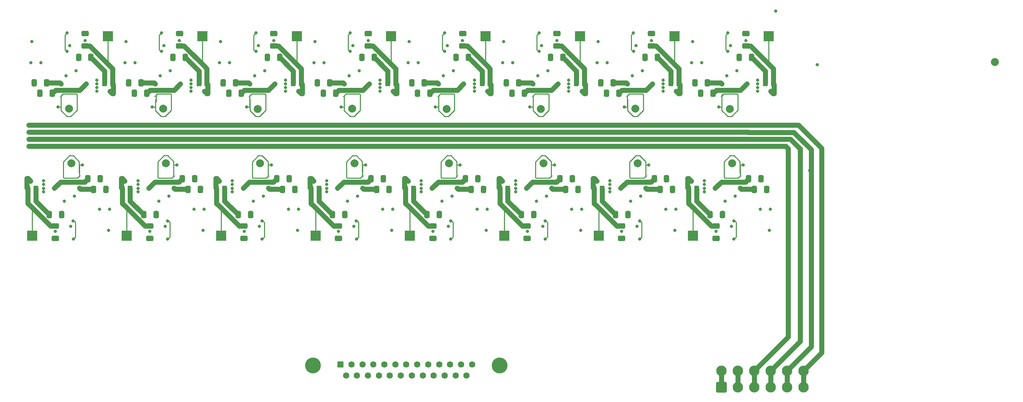
<source format=gbr>
%TF.GenerationSoftware,KiCad,Pcbnew,(6.0.7)*%
%TF.CreationDate,2022-08-12T11:14:58-05:00*%
%TF.ProjectId,SAQ-Readout,5341512d-5265-4616-946f-75742e6b6963,rev?*%
%TF.SameCoordinates,Original*%
%TF.FileFunction,Copper,L4,Bot*%
%TF.FilePolarity,Positive*%
%FSLAX46Y46*%
G04 Gerber Fmt 4.6, Leading zero omitted, Abs format (unit mm)*
G04 Created by KiCad (PCBNEW (6.0.7)) date 2022-08-12 11:14:58*
%MOMM*%
%LPD*%
G01*
G04 APERTURE LIST*
G04 Aperture macros list*
%AMRoundRect*
0 Rectangle with rounded corners*
0 $1 Rounding radius*
0 $2 $3 $4 $5 $6 $7 $8 $9 X,Y pos of 4 corners*
0 Add a 4 corners polygon primitive as box body*
4,1,4,$2,$3,$4,$5,$6,$7,$8,$9,$2,$3,0*
0 Add four circle primitives for the rounded corners*
1,1,$1+$1,$2,$3*
1,1,$1+$1,$4,$5*
1,1,$1+$1,$6,$7*
1,1,$1+$1,$8,$9*
0 Add four rect primitives between the rounded corners*
20,1,$1+$1,$2,$3,$4,$5,0*
20,1,$1+$1,$4,$5,$6,$7,0*
20,1,$1+$1,$6,$7,$8,$9,0*
20,1,$1+$1,$8,$9,$2,$3,0*%
G04 Aperture macros list end*
%TA.AperFunction,ComponentPad*%
%ADD10R,2.500000X2.500000*%
%TD*%
%TA.AperFunction,ComponentPad*%
%ADD11RoundRect,0.250000X1.070000X-1.070000X1.070000X1.070000X-1.070000X1.070000X-1.070000X-1.070000X0*%
%TD*%
%TA.AperFunction,ComponentPad*%
%ADD12C,2.640000*%
%TD*%
%TA.AperFunction,ComponentPad*%
%ADD13C,4.000000*%
%TD*%
%TA.AperFunction,ComponentPad*%
%ADD14R,1.600000X1.600000*%
%TD*%
%TA.AperFunction,ComponentPad*%
%ADD15C,1.600000*%
%TD*%
%TA.AperFunction,SMDPad,CuDef*%
%ADD16RoundRect,0.250000X0.412500X0.650000X-0.412500X0.650000X-0.412500X-0.650000X0.412500X-0.650000X0*%
%TD*%
%TA.AperFunction,SMDPad,CuDef*%
%ADD17C,2.000000*%
%TD*%
%TA.AperFunction,SMDPad,CuDef*%
%ADD18RoundRect,0.250000X0.650000X-0.412500X0.650000X0.412500X-0.650000X0.412500X-0.650000X-0.412500X0*%
%TD*%
%TA.AperFunction,SMDPad,CuDef*%
%ADD19RoundRect,0.250000X-0.412500X-0.650000X0.412500X-0.650000X0.412500X0.650000X-0.412500X0.650000X0*%
%TD*%
%TA.AperFunction,SMDPad,CuDef*%
%ADD20RoundRect,0.250000X-0.350000X-0.450000X0.350000X-0.450000X0.350000X0.450000X-0.350000X0.450000X0*%
%TD*%
%TA.AperFunction,SMDPad,CuDef*%
%ADD21RoundRect,0.250000X0.350000X0.450000X-0.350000X0.450000X-0.350000X-0.450000X0.350000X-0.450000X0*%
%TD*%
%TA.AperFunction,SMDPad,CuDef*%
%ADD22RoundRect,0.250000X-0.650000X0.412500X-0.650000X-0.412500X0.650000X-0.412500X0.650000X0.412500X0*%
%TD*%
%TA.AperFunction,ViaPad*%
%ADD23C,0.800000*%
%TD*%
%TA.AperFunction,Conductor*%
%ADD24C,0.250000*%
%TD*%
%TA.AperFunction,Conductor*%
%ADD25C,1.270000*%
%TD*%
G04 APERTURE END LIST*
D10*
%TO.P,TP2,1,1*%
%TO.N,VDD*%
X150918861Y-108060067D03*
%TD*%
%TO.P,TP2,1,1*%
%TO.N,VDD*%
X74641077Y-57691867D03*
%TD*%
D11*
%TO.P,J2,1,Pin_1*%
%TO.N,GND*%
X229666800Y-146304000D03*
D12*
%TO.P,J2,2,Pin_2*%
X233806800Y-146304000D03*
%TO.P,J2,3,Pin_3*%
%TO.N,+9V*%
X237946800Y-146304000D03*
%TO.P,J2,4,Pin_4*%
%TO.N,+5V*%
X242086800Y-146304000D03*
%TO.P,J2,5,Pin_5*%
%TO.N,-15V*%
X246226800Y-146304000D03*
%TO.P,J2,6,Pin_6*%
%TO.N,+15V*%
X250366800Y-146304000D03*
%TO.P,J2,7,Pin_7*%
%TO.N,GND*%
X229666800Y-142164000D03*
%TO.P,J2,8,Pin_8*%
X233806800Y-142164000D03*
%TO.P,J2,9,Pin_9*%
%TO.N,+9V*%
X237946800Y-142164000D03*
%TO.P,J2,10,Pin_10*%
%TO.N,+5V*%
X242086800Y-142164000D03*
%TO.P,J2,11,Pin_11*%
%TO.N,-15V*%
X246226800Y-142164000D03*
%TO.P,J2,12,Pin_12*%
%TO.N,+15V*%
X250366800Y-142164000D03*
%TD*%
D10*
%TO.P,TP2,1,1*%
%TO.N,VDD*%
X217745733Y-57691867D03*
%TD*%
%TO.P,TP2,1,1*%
%TO.N,VDD*%
X79366533Y-108060067D03*
%TD*%
%TO.P,TP2,1,1*%
%TO.N,VDD*%
X55515757Y-108060067D03*
%TD*%
%TO.P,TP2,1,1*%
%TO.N,VDD*%
X170044181Y-57691867D03*
%TD*%
%TO.P,TP2,1,1*%
%TO.N,VDD*%
X198620413Y-108060067D03*
%TD*%
%TO.P,TP2,1,1*%
%TO.N,VDD*%
X122342629Y-57691867D03*
%TD*%
%TO.P,TP2,1,1*%
%TO.N,VDD*%
X241596509Y-57691867D03*
%TD*%
%TO.P,TP2,1,1*%
%TO.N,VDD*%
X127068085Y-108060067D03*
%TD*%
%TO.P,TP2,1,1*%
%TO.N,VDD*%
X222471189Y-108060067D03*
%TD*%
%TO.P,TP2,1,1*%
%TO.N,VDD*%
X174769637Y-108060067D03*
%TD*%
%TO.P,TP2,1,1*%
%TO.N,VDD*%
X103217309Y-108060067D03*
%TD*%
%TO.P,TP2,1,1*%
%TO.N,VDD*%
X98491853Y-57691867D03*
%TD*%
%TO.P,TP2,1,1*%
%TO.N,VDD*%
X193894957Y-57691867D03*
%TD*%
%TO.P,TP2,1,1*%
%TO.N,VDD*%
X146193405Y-57691867D03*
%TD*%
D13*
%TO.P,J1,0,PAD*%
%TO.N,GND*%
X126457400Y-140844669D03*
X173557400Y-140844669D03*
D14*
%TO.P,J1,1,1*%
%TO.N,CH5*%
X133387400Y-140544669D03*
D15*
%TO.P,J1,2,2*%
%TO.N,CH7*%
X136157400Y-140544669D03*
%TO.P,J1,3,3*%
%TO.N,CH9*%
X138927400Y-140544669D03*
%TO.P,J1,4,4*%
%TO.N,CH11*%
X141697400Y-140544669D03*
%TO.P,J1,5,5*%
%TO.N,CH13*%
X144467400Y-140544669D03*
%TO.P,J1,6,6*%
%TO.N,CH15*%
X147237400Y-140544669D03*
%TO.P,J1,7,7*%
%TO.N,CH16*%
X150007400Y-140544669D03*
%TO.P,J1,8,8*%
%TO.N,CH14*%
X152777400Y-140544669D03*
%TO.P,J1,9,9*%
%TO.N,CH12*%
X155547400Y-140544669D03*
%TO.P,J1,10,10*%
%TO.N,CH10*%
X158317400Y-140544669D03*
%TO.P,J1,11,11*%
%TO.N,CH8*%
X161087400Y-140544669D03*
%TO.P,J1,12,12*%
%TO.N,CH6*%
X163857400Y-140544669D03*
%TO.P,J1,13,13*%
%TO.N,CH4*%
X166627400Y-140544669D03*
%TO.P,J1,14,P14*%
%TO.N,CH3*%
X134772400Y-143384669D03*
%TO.P,J1,15,P15*%
%TO.N,CH1*%
X137542400Y-143384669D03*
%TO.P,J1,16,P16*%
%TO.N,GND*%
X140312400Y-143384669D03*
%TO.P,J1,17,P17*%
X143082400Y-143384669D03*
%TO.P,J1,18,P18*%
X145852400Y-143384669D03*
%TO.P,J1,19,P19*%
X148622400Y-143384669D03*
%TO.P,J1,20,P20*%
X151392400Y-143384669D03*
%TO.P,J1,21,P21*%
X154162400Y-143384669D03*
%TO.P,J1,22,P22*%
X156932400Y-143384669D03*
%TO.P,J1,23,P23*%
X159702400Y-143384669D03*
%TO.P,J1,24,P24*%
X162472400Y-143384669D03*
%TO.P,J1,25,P25*%
%TO.N,CH2*%
X165242400Y-143384669D03*
%TD*%
D16*
%TO.P,C3,1*%
%TO.N,-15V*%
X108297229Y-72093667D03*
%TO.P,C3,2*%
%TO.N,GND*%
X105172229Y-72093667D03*
%TD*%
%TO.P,C3,1*%
%TO.N,-15V*%
X227551109Y-72093667D03*
%TO.P,C3,2*%
%TO.N,GND*%
X224426109Y-72093667D03*
%TD*%
D17*
%TO.P,REF\u002A\u002A,1*%
%TO.N,N/C*%
X232359200Y-89738200D03*
%TD*%
D18*
%TO.P,C5,1*%
%TO.N,VDD*%
X92700653Y-60117967D03*
%TO.P,C5,2*%
%TO.N,GND*%
X92700653Y-56992967D03*
%TD*%
D16*
%TO.P,C2,1*%
%TO.N,+15V*%
X130700205Y-69426667D03*
%TO.P,C2,2*%
%TO.N,GND*%
X127575205Y-69426667D03*
%TD*%
D19*
%TO.P,C4,1*%
%TO.N,+9V*%
X107522209Y-102726067D03*
%TO.P,C4,2*%
%TO.N,GND*%
X110647209Y-102726067D03*
%TD*%
D16*
%TO.P,C2,1*%
%TO.N,+15V*%
X202252533Y-69426667D03*
%TO.P,C2,2*%
%TO.N,GND*%
X199127533Y-69426667D03*
%TD*%
D19*
%TO.P,C3,1*%
%TO.N,-15V*%
X69561157Y-93658267D03*
%TO.P,C3,2*%
%TO.N,GND*%
X72686157Y-93658267D03*
%TD*%
%TO.P,C2,1*%
%TO.N,+15V*%
X166412061Y-96325267D03*
%TO.P,C2,2*%
%TO.N,GND*%
X169537061Y-96325267D03*
%TD*%
%TO.P,C3,1*%
%TO.N,-15V*%
X188815037Y-93658267D03*
%TO.P,C3,2*%
%TO.N,GND*%
X191940037Y-93658267D03*
%TD*%
D16*
%TO.P,C2,1*%
%TO.N,+15V*%
X59147877Y-69426667D03*
%TO.P,C2,2*%
%TO.N,GND*%
X56022877Y-69426667D03*
%TD*%
D19*
%TO.P,C2,1*%
%TO.N,+15V*%
X237964389Y-96325267D03*
%TO.P,C2,2*%
%TO.N,GND*%
X241089389Y-96325267D03*
%TD*%
D20*
%TO.P,R6,1*%
%TO.N,VDD*%
X149791861Y-96147467D03*
%TO.P,R6,2*%
%TO.N,+9V*%
X151791861Y-96147467D03*
%TD*%
D18*
%TO.P,C5,1*%
%TO.N,VDD*%
X188103757Y-60117967D03*
%TO.P,C5,2*%
%TO.N,GND*%
X188103757Y-56992967D03*
%TD*%
D19*
%TO.P,C3,1*%
%TO.N,-15V*%
X212665813Y-93658267D03*
%TO.P,C3,2*%
%TO.N,GND*%
X215790813Y-93658267D03*
%TD*%
D16*
%TO.P,C4,1*%
%TO.N,+9V*%
X141888505Y-63025867D03*
%TO.P,C4,2*%
%TO.N,GND*%
X138763505Y-63025867D03*
%TD*%
D21*
%TO.P,R6,1*%
%TO.N,VDD*%
X99618853Y-69604467D03*
%TO.P,R6,2*%
%TO.N,+9V*%
X97618853Y-69604467D03*
%TD*%
D16*
%TO.P,C3,1*%
%TO.N,-15V*%
X179849557Y-72093667D03*
%TO.P,C3,2*%
%TO.N,GND*%
X176724557Y-72093667D03*
%TD*%
D21*
%TO.P,R6,1*%
%TO.N,VDD*%
X123469629Y-69604467D03*
%TO.P,R6,2*%
%TO.N,+9V*%
X121469629Y-69604467D03*
%TD*%
%TO.P,R6,1*%
%TO.N,VDD*%
X147320405Y-69604467D03*
%TO.P,R6,2*%
%TO.N,+9V*%
X145320405Y-69604467D03*
%TD*%
D17*
%TO.P,REF\u002A\u002A,1*%
%TO.N,N/C*%
X231724200Y-76047600D03*
%TD*%
D19*
%TO.P,C2,1*%
%TO.N,+15V*%
X71008957Y-96325267D03*
%TO.P,C2,2*%
%TO.N,GND*%
X74133957Y-96325267D03*
%TD*%
%TO.P,C3,1*%
%TO.N,-15V*%
X141113485Y-93658267D03*
%TO.P,C3,2*%
%TO.N,GND*%
X144238485Y-93658267D03*
%TD*%
%TO.P,C2,1*%
%TO.N,+15V*%
X214113613Y-96325267D03*
%TO.P,C2,2*%
%TO.N,GND*%
X217238613Y-96325267D03*
%TD*%
D17*
%TO.P,REF\u002A\u002A,1*%
%TO.N,N/C*%
X112471200Y-76022200D03*
%TD*%
%TO.P,REF\u002A\u002A,1*%
%TO.N,N/C*%
X64770000Y-75996800D03*
%TD*%
D16*
%TO.P,C4,1*%
%TO.N,+9V*%
X70336177Y-63025867D03*
%TO.P,C4,2*%
%TO.N,GND*%
X67211177Y-63025867D03*
%TD*%
D17*
%TO.P,REF\u002A\u002A,1*%
%TO.N,N/C*%
X136931400Y-89763600D03*
%TD*%
D20*
%TO.P,R6,1*%
%TO.N,VDD*%
X54388757Y-96147467D03*
%TO.P,R6,2*%
%TO.N,+9V*%
X56388757Y-96147467D03*
%TD*%
D16*
%TO.P,C3,1*%
%TO.N,-15V*%
X60595677Y-72093667D03*
%TO.P,C3,2*%
%TO.N,GND*%
X57470677Y-72093667D03*
%TD*%
D17*
%TO.P,REF\u002A\u002A,1*%
%TO.N,N/C*%
X89255600Y-89763600D03*
%TD*%
%TO.P,REF\u002A\u002A,1*%
%TO.N,N/C*%
X113080800Y-89789000D03*
%TD*%
D19*
%TO.P,C4,1*%
%TO.N,+9V*%
X59820657Y-102726067D03*
%TO.P,C4,2*%
%TO.N,GND*%
X62945657Y-102726067D03*
%TD*%
D16*
%TO.P,C2,1*%
%TO.N,+15V*%
X178401757Y-69426667D03*
%TO.P,C2,2*%
%TO.N,GND*%
X175276757Y-69426667D03*
%TD*%
%TO.P,C4,1*%
%TO.N,+9V*%
X189590057Y-63025867D03*
%TO.P,C4,2*%
%TO.N,GND*%
X186465057Y-63025867D03*
%TD*%
D22*
%TO.P,C5,1*%
%TO.N,VDD*%
X228262389Y-105633967D03*
%TO.P,C5,2*%
%TO.N,GND*%
X228262389Y-108758967D03*
%TD*%
D21*
%TO.P,R6,1*%
%TO.N,VDD*%
X195021957Y-69604467D03*
%TO.P,R6,2*%
%TO.N,+9V*%
X193021957Y-69604467D03*
%TD*%
D17*
%TO.P,REF\u002A\u002A,1*%
%TO.N,N/C*%
X160172400Y-76047600D03*
%TD*%
D18*
%TO.P,C5,1*%
%TO.N,VDD*%
X140402205Y-60117967D03*
%TO.P,C5,2*%
%TO.N,GND*%
X140402205Y-56992967D03*
%TD*%
D17*
%TO.P,REF\u002A\u002A,1*%
%TO.N,N/C*%
X65405000Y-89789000D03*
%TD*%
D19*
%TO.P,C2,1*%
%TO.N,+15V*%
X142561285Y-96325267D03*
%TO.P,C2,2*%
%TO.N,GND*%
X145686285Y-96325267D03*
%TD*%
D16*
%TO.P,C4,1*%
%TO.N,+9V*%
X165739281Y-63025867D03*
%TO.P,C4,2*%
%TO.N,GND*%
X162614281Y-63025867D03*
%TD*%
D19*
%TO.P,C3,1*%
%TO.N,-15V*%
X236516589Y-93658267D03*
%TO.P,C3,2*%
%TO.N,GND*%
X239641589Y-93658267D03*
%TD*%
D20*
%TO.P,R6,1*%
%TO.N,VDD*%
X197493413Y-96147467D03*
%TO.P,R6,2*%
%TO.N,+9V*%
X199493413Y-96147467D03*
%TD*%
D19*
%TO.P,C2,1*%
%TO.N,+15V*%
X118710509Y-96325267D03*
%TO.P,C2,2*%
%TO.N,GND*%
X121835509Y-96325267D03*
%TD*%
D16*
%TO.P,C3,1*%
%TO.N,-15V*%
X132148005Y-72093667D03*
%TO.P,C3,2*%
%TO.N,GND*%
X129023005Y-72093667D03*
%TD*%
D17*
%TO.P,REF\u002A\u002A,1*%
%TO.N,N/C*%
X88595200Y-75971400D03*
%TD*%
D18*
%TO.P,C5,1*%
%TO.N,VDD*%
X68849877Y-60117967D03*
%TO.P,C5,2*%
%TO.N,GND*%
X68849877Y-56992967D03*
%TD*%
D16*
%TO.P,C4,1*%
%TO.N,+9V*%
X118037729Y-63025867D03*
%TO.P,C4,2*%
%TO.N,GND*%
X114912729Y-63025867D03*
%TD*%
D22*
%TO.P,C5,1*%
%TO.N,VDD*%
X156710061Y-105633967D03*
%TO.P,C5,2*%
%TO.N,GND*%
X156710061Y-108758967D03*
%TD*%
D19*
%TO.P,C4,1*%
%TO.N,+9V*%
X155223761Y-102726067D03*
%TO.P,C4,2*%
%TO.N,GND*%
X158348761Y-102726067D03*
%TD*%
D20*
%TO.P,R6,1*%
%TO.N,VDD*%
X173642637Y-96147467D03*
%TO.P,R6,2*%
%TO.N,+9V*%
X175642637Y-96147467D03*
%TD*%
D19*
%TO.P,C4,1*%
%TO.N,+9V*%
X131372985Y-102726067D03*
%TO.P,C4,2*%
%TO.N,GND*%
X134497985Y-102726067D03*
%TD*%
D17*
%TO.P,REF\u002A\u002A,1*%
%TO.N,N/C*%
X208483200Y-89763600D03*
%TD*%
D19*
%TO.P,C2,1*%
%TO.N,+15V*%
X94859733Y-96325267D03*
%TO.P,C2,2*%
%TO.N,GND*%
X97984733Y-96325267D03*
%TD*%
D16*
%TO.P,C3,1*%
%TO.N,-15V*%
X84446453Y-72093667D03*
%TO.P,C3,2*%
%TO.N,GND*%
X81321453Y-72093667D03*
%TD*%
D17*
%TO.P,REF\u002A\u002A,1*%
%TO.N,N/C*%
X207848200Y-75946000D03*
%TD*%
D16*
%TO.P,C2,1*%
%TO.N,+15V*%
X154550981Y-69426667D03*
%TO.P,C2,2*%
%TO.N,GND*%
X151425981Y-69426667D03*
%TD*%
D18*
%TO.P,C5,1*%
%TO.N,VDD*%
X211954533Y-60117967D03*
%TO.P,C5,2*%
%TO.N,GND*%
X211954533Y-56992967D03*
%TD*%
D16*
%TO.P,C2,1*%
%TO.N,+15V*%
X226103309Y-69426667D03*
%TO.P,C2,2*%
%TO.N,GND*%
X222978309Y-69426667D03*
%TD*%
D20*
%TO.P,R6,1*%
%TO.N,VDD*%
X221344189Y-96147467D03*
%TO.P,R6,2*%
%TO.N,+9V*%
X223344189Y-96147467D03*
%TD*%
D22*
%TO.P,C5,1*%
%TO.N,VDD*%
X61306957Y-105633967D03*
%TO.P,C5,2*%
%TO.N,GND*%
X61306957Y-108758967D03*
%TD*%
D21*
%TO.P,R6,1*%
%TO.N,VDD*%
X75768077Y-69604467D03*
%TO.P,R6,2*%
%TO.N,+9V*%
X73768077Y-69604467D03*
%TD*%
D17*
%TO.P,REF\u002A\u002A,1*%
%TO.N,N/C*%
X136296400Y-75971400D03*
%TD*%
D19*
%TO.P,C2,1*%
%TO.N,+15V*%
X190262837Y-96325267D03*
%TO.P,C2,2*%
%TO.N,GND*%
X193387837Y-96325267D03*
%TD*%
D21*
%TO.P,R6,1*%
%TO.N,VDD*%
X171171181Y-69604467D03*
%TO.P,R6,2*%
%TO.N,+9V*%
X169171181Y-69604467D03*
%TD*%
D20*
%TO.P,R6,1*%
%TO.N,VDD*%
X125941085Y-96147467D03*
%TO.P,R6,2*%
%TO.N,+9V*%
X127941085Y-96147467D03*
%TD*%
D17*
%TO.P,REF\u002A\u002A,1*%
%TO.N,N/C*%
X160807400Y-89789000D03*
%TD*%
D22*
%TO.P,C5,1*%
%TO.N,VDD*%
X204411613Y-105633967D03*
%TO.P,C5,2*%
%TO.N,GND*%
X204411613Y-108758967D03*
%TD*%
D19*
%TO.P,C3,1*%
%TO.N,-15V*%
X164964261Y-93658267D03*
%TO.P,C3,2*%
%TO.N,GND*%
X168089261Y-93658267D03*
%TD*%
D20*
%TO.P,R6,1*%
%TO.N,VDD*%
X78239533Y-96147467D03*
%TO.P,R6,2*%
%TO.N,+9V*%
X80239533Y-96147467D03*
%TD*%
D18*
%TO.P,C5,1*%
%TO.N,VDD*%
X116551429Y-60117967D03*
%TO.P,C5,2*%
%TO.N,GND*%
X116551429Y-56992967D03*
%TD*%
D22*
%TO.P,C5,1*%
%TO.N,VDD*%
X85157733Y-105633967D03*
%TO.P,C5,2*%
%TO.N,GND*%
X85157733Y-108758967D03*
%TD*%
D16*
%TO.P,C4,1*%
%TO.N,+9V*%
X213440833Y-63025867D03*
%TO.P,C4,2*%
%TO.N,GND*%
X210315833Y-63025867D03*
%TD*%
%TO.P,C4,1*%
%TO.N,+9V*%
X94186953Y-63025867D03*
%TO.P,C4,2*%
%TO.N,GND*%
X91061953Y-63025867D03*
%TD*%
%TO.P,C2,1*%
%TO.N,+15V*%
X106849429Y-69426667D03*
%TO.P,C2,2*%
%TO.N,GND*%
X103724429Y-69426667D03*
%TD*%
D20*
%TO.P,R6,1*%
%TO.N,VDD*%
X102090309Y-96147467D03*
%TO.P,R6,2*%
%TO.N,+9V*%
X104090309Y-96147467D03*
%TD*%
D19*
%TO.P,C4,1*%
%TO.N,+9V*%
X226776089Y-102726067D03*
%TO.P,C4,2*%
%TO.N,GND*%
X229901089Y-102726067D03*
%TD*%
D22*
%TO.P,C5,1*%
%TO.N,VDD*%
X109008509Y-105633967D03*
%TO.P,C5,2*%
%TO.N,GND*%
X109008509Y-108758967D03*
%TD*%
D18*
%TO.P,C5,1*%
%TO.N,VDD*%
X235805309Y-60117967D03*
%TO.P,C5,2*%
%TO.N,GND*%
X235805309Y-56992967D03*
%TD*%
D19*
%TO.P,C4,1*%
%TO.N,+9V*%
X202925313Y-102726067D03*
%TO.P,C4,2*%
%TO.N,GND*%
X206050313Y-102726067D03*
%TD*%
%TO.P,C3,1*%
%TO.N,-15V*%
X117262709Y-93658267D03*
%TO.P,C3,2*%
%TO.N,GND*%
X120387709Y-93658267D03*
%TD*%
D22*
%TO.P,C5,1*%
%TO.N,VDD*%
X132859285Y-105633967D03*
%TO.P,C5,2*%
%TO.N,GND*%
X132859285Y-108758967D03*
%TD*%
D19*
%TO.P,C4,1*%
%TO.N,+9V*%
X179074537Y-102726067D03*
%TO.P,C4,2*%
%TO.N,GND*%
X182199537Y-102726067D03*
%TD*%
D17*
%TO.P,REF\u002A\u002A,1*%
%TO.N,N/C*%
X184023000Y-76022200D03*
%TD*%
D16*
%TO.P,C4,1*%
%TO.N,+9V*%
X237291609Y-63025867D03*
%TO.P,C4,2*%
%TO.N,GND*%
X234166609Y-63025867D03*
%TD*%
D17*
%TO.P,REF\u002A\u002A,1*%
%TO.N,N/C*%
X298704000Y-64185800D03*
%TD*%
D16*
%TO.P,C3,1*%
%TO.N,-15V*%
X155998781Y-72093667D03*
%TO.P,C3,2*%
%TO.N,GND*%
X152873781Y-72093667D03*
%TD*%
%TO.P,C2,1*%
%TO.N,+15V*%
X82998653Y-69426667D03*
%TO.P,C2,2*%
%TO.N,GND*%
X79873653Y-69426667D03*
%TD*%
D19*
%TO.P,C4,1*%
%TO.N,+9V*%
X83671433Y-102726067D03*
%TO.P,C4,2*%
%TO.N,GND*%
X86796433Y-102726067D03*
%TD*%
D21*
%TO.P,R6,1*%
%TO.N,VDD*%
X242723509Y-69604467D03*
%TO.P,R6,2*%
%TO.N,+9V*%
X240723509Y-69604467D03*
%TD*%
D19*
%TO.P,C3,1*%
%TO.N,-15V*%
X93411933Y-93658267D03*
%TO.P,C3,2*%
%TO.N,GND*%
X96536933Y-93658267D03*
%TD*%
D17*
%TO.P,REF\u002A\u002A,1*%
%TO.N,N/C*%
X184683400Y-89763600D03*
%TD*%
D21*
%TO.P,R6,1*%
%TO.N,VDD*%
X218872733Y-69604467D03*
%TO.P,R6,2*%
%TO.N,+9V*%
X216872733Y-69604467D03*
%TD*%
D16*
%TO.P,C3,1*%
%TO.N,-15V*%
X203700333Y-72093667D03*
%TO.P,C3,2*%
%TO.N,GND*%
X200575333Y-72093667D03*
%TD*%
D22*
%TO.P,C5,1*%
%TO.N,VDD*%
X180560837Y-105633967D03*
%TO.P,C5,2*%
%TO.N,GND*%
X180560837Y-108758967D03*
%TD*%
D18*
%TO.P,C5,1*%
%TO.N,VDD*%
X164252981Y-60117967D03*
%TO.P,C5,2*%
%TO.N,GND*%
X164252981Y-56992967D03*
%TD*%
D23*
%TO.N,GND*%
X153763661Y-95103867D03*
X153763661Y-94189467D03*
X88789053Y-60054067D03*
X177614437Y-95103867D03*
X162525781Y-63610067D03*
X174971957Y-69706067D03*
X238751709Y-68766267D03*
X102810029Y-64372067D03*
X208323213Y-105697867D03*
X136770885Y-105697867D03*
X187444237Y-90203867D03*
X58360557Y-96985667D03*
X85183133Y-106967867D03*
X146346685Y-106713867D03*
X143348605Y-69680667D03*
X114824229Y-63610067D03*
X128845205Y-72474667D03*
X225315989Y-95103867D03*
X235779909Y-58784067D03*
X176902357Y-64372067D03*
X218153013Y-101379867D03*
X95647053Y-68766267D03*
X71796277Y-71562467D03*
X225315989Y-96071267D03*
X209263013Y-98077867D03*
X69078477Y-56904467D03*
X138675005Y-63610067D03*
X95647053Y-71562467D03*
X164481581Y-56904467D03*
X104994429Y-72474667D03*
X144060685Y-101379867D03*
X98899133Y-101379867D03*
X132884685Y-106967867D03*
X64938277Y-60054067D03*
X176546757Y-72474667D03*
X82211333Y-96985667D03*
X158437261Y-102141867D03*
X63998477Y-67674067D03*
X109668029Y-75548067D03*
X58360557Y-95103867D03*
X58360557Y-96071267D03*
X194302237Y-101379867D03*
X157369581Y-75548067D03*
X177614437Y-96985667D03*
X110735709Y-102141867D03*
X167199381Y-69680667D03*
X92675253Y-58784067D03*
X161561461Y-98077867D03*
X239463789Y-101379867D03*
X74438757Y-96045867D03*
X103064029Y-59038067D03*
X241394189Y-96045867D03*
X55362477Y-59038067D03*
X109033909Y-106967867D03*
X184472437Y-105697867D03*
X238751709Y-70648067D03*
X115891909Y-90203867D03*
X134586485Y-102141867D03*
X90973453Y-63610067D03*
X71796277Y-68766267D03*
X119497829Y-70648067D03*
X204437013Y-106967867D03*
X119497829Y-69680667D03*
X116526029Y-58784067D03*
X198822733Y-69706067D03*
X188078357Y-58784067D03*
X210227333Y-63610067D03*
X82211333Y-95103867D03*
X79213253Y-59038067D03*
X146600685Y-101379867D03*
X238751709Y-71562467D03*
X98645133Y-106713867D03*
X168267061Y-93277267D03*
X137710685Y-98077867D03*
X119497829Y-71562467D03*
X71796277Y-70648067D03*
X150765581Y-59038067D03*
X191050157Y-68766267D03*
X112639829Y-60054067D03*
X159401581Y-67674067D03*
X214900933Y-68766267D03*
X151121181Y-69706067D03*
X170197461Y-106713867D03*
X211929133Y-58784067D03*
X167911461Y-101379867D03*
X224248309Y-72474667D03*
X164227581Y-58784067D03*
X184192157Y-60054067D03*
X228921909Y-75548067D03*
X82211333Y-96071267D03*
X169841861Y-96045867D03*
X129912885Y-96985667D03*
X63034157Y-102141867D03*
X55718077Y-69706067D03*
X201465213Y-94189467D03*
X167199381Y-68766267D03*
X72863957Y-93277267D03*
X143348605Y-70648067D03*
X58360557Y-94189467D03*
X135550805Y-67674067D03*
X119497829Y-68766267D03*
X156481461Y-108847467D03*
X198213133Y-64372067D03*
X174362357Y-64372067D03*
X122140309Y-96045867D03*
X185412237Y-98077867D03*
X239819389Y-93277267D03*
X87849253Y-67674067D03*
X89069333Y-105697867D03*
X143348605Y-71562467D03*
X129200805Y-64372067D03*
X229989589Y-102141867D03*
X225315989Y-94189467D03*
X207103133Y-67674067D03*
X68190357Y-90203867D03*
X211295013Y-90203867D03*
X198467133Y-59038067D03*
X96714733Y-93277267D03*
X57292877Y-72474667D03*
X126660805Y-64372067D03*
X193692637Y-96045867D03*
X214900933Y-69680667D03*
X96359133Y-101379867D03*
X222673509Y-69706067D03*
X180586237Y-106967867D03*
X191050157Y-70648067D03*
X217899013Y-106713867D03*
X79568853Y-69706067D03*
X95647053Y-70648067D03*
X140630805Y-56904467D03*
X84929133Y-108847467D03*
X206138813Y-102141867D03*
X243382800Y-51308000D03*
X186376557Y-63610067D03*
X253847600Y-64871600D03*
X225315989Y-96985667D03*
X145991085Y-96045867D03*
X201465213Y-95103867D03*
X136490605Y-60054067D03*
X222063909Y-64372067D03*
X106062109Y-95103867D03*
X235145789Y-90203867D03*
X181220357Y-75548067D03*
X241749789Y-106713867D03*
X214900933Y-71562467D03*
X67122677Y-63610067D03*
X153051581Y-64372067D03*
X61078357Y-108847467D03*
X177614437Y-96071267D03*
X230953909Y-67674067D03*
X215613013Y-101379867D03*
X144416285Y-93277267D03*
X180332237Y-108847467D03*
X174616357Y-59038067D03*
X120209909Y-101379867D03*
X170451461Y-101379867D03*
X57648477Y-64372067D03*
X106062109Y-96071267D03*
X126914805Y-59038067D03*
X129912885Y-94189467D03*
X192117837Y-93277267D03*
X222317909Y-59038067D03*
X85817253Y-75548067D03*
X236033909Y-56904467D03*
X68824477Y-58784067D03*
X129912885Y-95103867D03*
X242003789Y-101379867D03*
X92041133Y-90203867D03*
X228287789Y-106967867D03*
X177614437Y-94189467D03*
X106062109Y-94189467D03*
X81499253Y-64372067D03*
X72508357Y-101379867D03*
X205071133Y-75548067D03*
X200753133Y-64372067D03*
X191050157Y-69680667D03*
X153763661Y-96985667D03*
X106062109Y-96985667D03*
X111700029Y-67674067D03*
X65218557Y-105697867D03*
X163593461Y-90203867D03*
X108779909Y-108847467D03*
X120565509Y-93277267D03*
X183252357Y-67674067D03*
X113859909Y-98077867D03*
X167199381Y-71562467D03*
X74794357Y-106713867D03*
X160341381Y-60054067D03*
X238751709Y-69680667D03*
X228033789Y-108847467D03*
X152695981Y-72474667D03*
X140376805Y-58784067D03*
X129912885Y-96071267D03*
X153763661Y-96071267D03*
X217543413Y-96045867D03*
X188332357Y-56904467D03*
X105350029Y-64372067D03*
X116780029Y-56904467D03*
X66158357Y-98077867D03*
X194048237Y-106713867D03*
X201465213Y-96985667D03*
X204183013Y-108847467D03*
X61966477Y-75548067D03*
X182288037Y-102141867D03*
X224603909Y-64372067D03*
X215968613Y-93277267D03*
X212183133Y-56904467D03*
X95647053Y-69680667D03*
X71796277Y-69680667D03*
X81143653Y-72474667D03*
X191762237Y-101379867D03*
X55108477Y-64372067D03*
X122749909Y-101379867D03*
X122495909Y-106713867D03*
X98289533Y-96045867D03*
X127270405Y-69706067D03*
X231893709Y-60054067D03*
X86884933Y-102141867D03*
X82211333Y-94189467D03*
X143348605Y-68766267D03*
X132630685Y-108847467D03*
X112920109Y-105697867D03*
X201465213Y-96071267D03*
X160621661Y-105697867D03*
X234078109Y-63610067D03*
X214900933Y-70648067D03*
X75048357Y-101379867D03*
X103419629Y-69706067D03*
X78959253Y-64372067D03*
X92929253Y-56904467D03*
X200397533Y-72474667D03*
X133518805Y-75548067D03*
X232173989Y-105697867D03*
X150511581Y-64372067D03*
X191050157Y-71562467D03*
X61332357Y-106967867D03*
X90009133Y-98077867D03*
X139742685Y-90203867D03*
X167199381Y-70648067D03*
X233113789Y-98077867D03*
X156735461Y-106967867D03*
X208042933Y-60054067D03*
%TO.N,VDD*%
X109059309Y-105570867D03*
X132910085Y-105570867D03*
X147565005Y-72144467D03*
X197248813Y-93607467D03*
X125696485Y-93607467D03*
X149547261Y-93607467D03*
X85208533Y-105570867D03*
X242079109Y-71534867D03*
X194377557Y-71534867D03*
X98974453Y-71534867D03*
X75123677Y-71534867D03*
X123714229Y-72144467D03*
X76012677Y-72144467D03*
X99863453Y-72144467D03*
X55033157Y-94217067D03*
X140351405Y-60181067D03*
X188052957Y-60181067D03*
X156760861Y-105570867D03*
X242968109Y-72144467D03*
X126585485Y-94217067D03*
X171415781Y-72144467D03*
X146676005Y-71534867D03*
X170526781Y-71534867D03*
X61357757Y-105570867D03*
X221099589Y-93607467D03*
X164202181Y-60181067D03*
X211903733Y-60181067D03*
X116500629Y-60181067D03*
X180611637Y-105570867D03*
X173398037Y-93607467D03*
X150436261Y-94217067D03*
X174287037Y-94217067D03*
X219117333Y-72144467D03*
X204462413Y-105570867D03*
X54144157Y-93607467D03*
X195266557Y-72144467D03*
X78883933Y-94217067D03*
X221988589Y-94217067D03*
X198137813Y-94217067D03*
X92649853Y-60181067D03*
X77994933Y-93607467D03*
X235754509Y-60181067D03*
X102734709Y-94217067D03*
X228313189Y-105570867D03*
X101845709Y-93607467D03*
X218228333Y-71534867D03*
X68799077Y-60181067D03*
X122825229Y-71534867D03*
%TO.N,+15V*%
X205833133Y-69706067D03*
X162831461Y-96045867D03*
X70730357Y-96299867D03*
X177969157Y-80120067D03*
X154829581Y-69452067D03*
X142993709Y-80043867D03*
X210533013Y-96045867D03*
X178680357Y-69452067D03*
X106442757Y-80196267D03*
X225695933Y-80120067D03*
X158131581Y-69706067D03*
X82541357Y-80196267D03*
X119168509Y-80094667D03*
X213835013Y-96299867D03*
X58690757Y-80196267D03*
X154169357Y-80196267D03*
X110430029Y-69706067D03*
X107128029Y-69452067D03*
X238396109Y-80170867D03*
X237685789Y-96299867D03*
X226381909Y-69452067D03*
X86579253Y-69706067D03*
X186682237Y-96045867D03*
X214647109Y-80145467D03*
X71467133Y-80120067D03*
X189984237Y-96299867D03*
X166133461Y-96299867D03*
X229683909Y-69706067D03*
X59426477Y-69452067D03*
X118431909Y-96299867D03*
X234383789Y-96045867D03*
X95419509Y-80043867D03*
X134280805Y-69706067D03*
X181982357Y-69706067D03*
X83277253Y-69452067D03*
X115129909Y-96045867D03*
X67428357Y-96045867D03*
X62728477Y-69706067D03*
X130318757Y-80196267D03*
X166895109Y-80170867D03*
X201845157Y-80196267D03*
X190745709Y-80094667D03*
X94581133Y-96299867D03*
X130978805Y-69452067D03*
X142282685Y-96299867D03*
X91279133Y-96045867D03*
X202531133Y-69452067D03*
X138980685Y-96045867D03*
%TO.N,-15V*%
X117271976Y-81864200D03*
X156032024Y-81965800D03*
X60553424Y-81965800D03*
X188332357Y-69706067D03*
X141097176Y-81813400D03*
X212750576Y-81915000D03*
X132630685Y-96045867D03*
X132045605Y-72144467D03*
X228033789Y-96045867D03*
X227558600Y-81889600D03*
X180332237Y-96045867D03*
X164481581Y-69706067D03*
X132181424Y-81965800D03*
X164998576Y-81940400D03*
X93514333Y-93607467D03*
X108305424Y-81965800D03*
X108194829Y-72144467D03*
X60493277Y-72144467D03*
X69663557Y-93607467D03*
X236033909Y-69706067D03*
X212183133Y-69706067D03*
X108779909Y-96045867D03*
X93522976Y-81813400D03*
X116780029Y-69706067D03*
X141215885Y-93607467D03*
X84929133Y-96045867D03*
X140630805Y-69706067D03*
X117365109Y-93607467D03*
X92929253Y-69706067D03*
X204183013Y-96045867D03*
X156481461Y-96045867D03*
X203597933Y-72144467D03*
X212768213Y-93607467D03*
X84404024Y-81965800D03*
X69078477Y-69706067D03*
X69570600Y-81889600D03*
X188917437Y-93607467D03*
X155896381Y-72144467D03*
X179747157Y-72144467D03*
X188849176Y-81864200D03*
X236618989Y-93607467D03*
X165066661Y-93607467D03*
X61078357Y-96045867D03*
X203707824Y-81965800D03*
X227448709Y-72144467D03*
X179831824Y-81889600D03*
X236499576Y-81940400D03*
X84344053Y-72144467D03*
%TO.N,+9V*%
X104090133Y-85495643D03*
X203167013Y-103157867D03*
X237049909Y-62594067D03*
X83913133Y-103157867D03*
X216856557Y-85504867D03*
X80341133Y-85444843D03*
X121454157Y-85504867D03*
X56388757Y-96147467D03*
X175642637Y-96147467D03*
X223344189Y-96147467D03*
X179316237Y-103157867D03*
X73702157Y-85504867D03*
X223317733Y-85571843D03*
X199568733Y-85546443D03*
X73768077Y-69604467D03*
X151816733Y-85571843D03*
X145320405Y-69604467D03*
X199493413Y-96147467D03*
X107763909Y-103157867D03*
X56388757Y-85521043D03*
X151791861Y-96147467D03*
X240707333Y-85428667D03*
X216872733Y-69604467D03*
X97552757Y-85504867D03*
X240723509Y-69604467D03*
X117796029Y-62594067D03*
X127915333Y-85444843D03*
X227017789Y-103157867D03*
X169180757Y-85504867D03*
X193021957Y-69604467D03*
X213199133Y-62594067D03*
X141646805Y-62594067D03*
X97618853Y-69604467D03*
X145330157Y-85504867D03*
X127941085Y-96147467D03*
X169171181Y-69604467D03*
X165497581Y-62594067D03*
X60062357Y-103157867D03*
X192980557Y-85428667D03*
X80239533Y-96147467D03*
X189348357Y-62594067D03*
X104090309Y-96147467D03*
X155465461Y-103157867D03*
X175667333Y-85495643D03*
X93945253Y-62594067D03*
X70094477Y-62594067D03*
X121469629Y-69604467D03*
X131614685Y-103157867D03*
%TO.N,+5V*%
X133866643Y-83582933D03*
X111319909Y-99347867D03*
X63618357Y-99347867D03*
X110041443Y-83633733D03*
X139428891Y-83735333D03*
X233493909Y-66404067D03*
X135170685Y-99347867D03*
X86292443Y-83582933D03*
X229269043Y-83709933D03*
X182872237Y-99347867D03*
X87469133Y-99347867D03*
X161941581Y-66404067D03*
X91651491Y-83735333D03*
X62340067Y-83659133D03*
X66538477Y-66404067D03*
X206723013Y-99347867D03*
X209643133Y-66404067D03*
X230573789Y-99347867D03*
X90389253Y-66404067D03*
X138090805Y-66404067D03*
X159021461Y-99347867D03*
X234806067Y-83659133D03*
X114240029Y-66404067D03*
X115552891Y-83735333D03*
X187079291Y-83659133D03*
X210955291Y-83735333D03*
X157768043Y-83709933D03*
X181618643Y-83633733D03*
X205520043Y-83684533D03*
X185792357Y-66404067D03*
X163279491Y-83735333D03*
X67800891Y-83735333D03*
%TO.N,Net-(C1-Pad2)*%
X207422133Y-61451067D03*
X231272909Y-61451067D03*
X89690133Y-104300867D03*
X232808989Y-108923667D03*
X185107437Y-108923667D03*
X185093237Y-104300867D03*
X135855605Y-56828267D03*
X208958213Y-108923667D03*
X88168253Y-61451067D03*
X208944013Y-104300867D03*
X65839357Y-104300867D03*
X112004829Y-56828267D03*
X183571357Y-61451067D03*
X161256661Y-108923667D03*
X137391685Y-104300867D03*
X64317477Y-61451067D03*
X159706381Y-56828267D03*
X135869805Y-61451067D03*
X232794789Y-104300867D03*
X159720581Y-61451067D03*
X207407933Y-56828267D03*
X88154053Y-56828267D03*
X113555109Y-108923667D03*
X65853557Y-108923667D03*
X231258709Y-56828267D03*
X161242461Y-104300867D03*
X89704333Y-108923667D03*
X64303277Y-56828267D03*
X137405885Y-108923667D03*
X112019029Y-61451067D03*
X183557157Y-56828267D03*
X113540909Y-104300867D03*
%TO.N,/Integrator2/CH-IN*%
X64760477Y-76081467D03*
X208501013Y-89670467D03*
X160163581Y-76081467D03*
X88611253Y-76081467D03*
X136312805Y-76081467D03*
X136948685Y-89670467D03*
X232351789Y-89670467D03*
X112462029Y-76081467D03*
X113097909Y-89670467D03*
X160799461Y-89670467D03*
X89247133Y-89670467D03*
X65396357Y-89670467D03*
X184014357Y-76081467D03*
X231715909Y-76081467D03*
X207865133Y-76081467D03*
X184650237Y-89670467D03*
%TD*%
D24*
%TO.N,GND*%
X134916685Y-89385365D02*
X134916685Y-93354967D01*
X62768227Y-75508317D02*
X62768227Y-72714317D01*
X111970028Y-77906568D02*
X112954030Y-77906568D01*
X162195581Y-76366569D02*
X162195581Y-72396967D01*
X110469779Y-72714317D02*
X110469779Y-75508317D01*
X92041133Y-90203867D02*
X91279133Y-90203867D01*
X86619003Y-74325403D02*
X86619003Y-73801318D01*
X62768227Y-72714317D02*
X63236477Y-72246067D01*
X133518805Y-75548067D02*
X134280805Y-75548067D01*
X135067585Y-93505867D02*
X138472685Y-93505867D01*
X186642487Y-90243617D02*
X186642487Y-93037617D01*
X183522356Y-77906568D02*
X184506358Y-77906568D01*
X162791711Y-93037617D02*
X162636464Y-93192864D01*
X234320289Y-92173867D02*
X234320289Y-89321865D01*
X134916685Y-93354967D02*
X135067585Y-93505867D01*
X138900076Y-93078476D02*
X139107685Y-92870867D01*
X66792477Y-72396967D02*
X66641577Y-72246067D01*
X134320555Y-72714317D02*
X134320555Y-75508317D01*
X110493529Y-73578067D02*
X110493529Y-76430069D01*
D25*
X233806800Y-146304000D02*
X233806800Y-142164000D01*
D24*
X67436912Y-92989312D02*
X67555357Y-92870867D01*
X228921909Y-75548067D02*
X229683909Y-75548067D01*
X86619003Y-75508317D02*
X86619003Y-74325403D01*
X186372852Y-93307252D02*
X186809237Y-92870867D01*
X233597009Y-72246067D02*
X230191909Y-72246067D01*
X230191909Y-72246067D02*
X229556909Y-72881067D01*
X185895457Y-72246067D02*
X182490357Y-72246067D01*
X205896633Y-76430069D02*
X207373132Y-77906568D01*
X112605908Y-87845366D02*
X111065909Y-89385365D01*
X110692848Y-72491248D02*
X110469779Y-72714317D01*
X111216809Y-93505867D02*
X114621909Y-93505867D01*
X182022107Y-75508317D02*
X182022107Y-72714317D01*
X138344805Y-72396967D02*
X138193905Y-72246067D01*
X162323461Y-93505867D02*
X162636464Y-93192864D01*
X138917185Y-92173867D02*
X138917185Y-89321865D01*
X91239383Y-93037617D02*
X91173300Y-93103700D01*
X163593461Y-90203867D02*
X162831461Y-90203867D01*
X90771133Y-93505867D02*
X91406133Y-92870867D01*
X162195581Y-72396967D02*
X162044681Y-72246067D01*
X162767961Y-92173867D02*
X162767961Y-89321865D01*
X159671580Y-77906568D02*
X160655582Y-77906568D01*
X230319789Y-93354967D02*
X230470689Y-93505867D01*
X230470689Y-93505867D02*
X233875789Y-93505867D01*
X229723659Y-75508317D02*
X229723659Y-72485541D01*
X158767461Y-93354967D02*
X158918361Y-93505867D01*
X87215133Y-93354967D02*
X87366033Y-93505867D01*
X233747909Y-72396967D02*
X233597009Y-72246067D01*
X158195081Y-73578067D02*
X158195081Y-76430069D01*
X160307460Y-87845366D02*
X158767461Y-89385365D01*
X134683236Y-72351636D02*
X134320555Y-72714317D01*
X111065909Y-93354967D02*
X111216809Y-93505867D01*
X184158236Y-87845366D02*
X182618237Y-89385365D01*
X87366033Y-93505867D02*
X90771133Y-93505867D01*
X64268476Y-77906568D02*
X65252478Y-77906568D01*
X64904356Y-87845366D02*
X63364357Y-89385365D01*
X158639581Y-72246067D02*
X158004581Y-72881067D01*
X229781012Y-72428188D02*
X230009788Y-72428188D01*
X138940935Y-91640265D02*
X138900076Y-91681124D01*
X232207910Y-77906568D02*
X233747909Y-76366569D01*
X87215133Y-89385365D02*
X87215133Y-93354967D01*
X206469013Y-89385365D02*
X206469013Y-93354967D01*
X158767461Y-89385365D02*
X158767461Y-93354967D01*
X162636464Y-93192864D02*
X162958461Y-92870867D01*
X182769137Y-93505867D02*
X186174237Y-93505867D01*
X138900076Y-91681124D02*
X138900076Y-93078476D01*
X134788805Y-72246067D02*
X134683236Y-72351636D01*
X61966477Y-75548067D02*
X62728477Y-75548067D01*
X161291462Y-87845366D02*
X160307460Y-87845366D01*
X115090159Y-93139041D02*
X114960400Y-93268800D01*
X229747409Y-73578067D02*
X229747409Y-76430069D01*
X62791977Y-76430069D02*
X64268476Y-77906568D01*
X63515257Y-93505867D02*
X66920357Y-93505867D01*
X111065909Y-89385365D02*
X111065909Y-93354967D01*
X209897133Y-76366569D02*
X209897133Y-72396967D01*
X233875789Y-93505867D02*
X234226628Y-93155028D01*
X85817253Y-75548067D02*
X86579253Y-75548067D01*
X210493263Y-90243617D02*
X210493263Y-93037617D01*
X67388607Y-90243617D02*
X67388607Y-92941007D01*
X138472685Y-93505867D02*
X138900076Y-93078476D01*
X115066409Y-89321865D02*
X113589910Y-87845366D01*
X86829460Y-72503860D02*
X86452253Y-72881067D01*
X158195081Y-76430069D02*
X159671580Y-77906568D01*
X134344305Y-73578067D02*
X134344305Y-76430069D01*
X162044681Y-72246067D02*
X158639581Y-72246067D01*
X210469513Y-89321865D02*
X208993014Y-87845366D01*
X86619003Y-74325403D02*
X86829460Y-74114946D01*
X209897133Y-72396967D02*
X209746233Y-72246067D01*
X63364357Y-89385365D02*
X63364357Y-93354967D01*
X205872883Y-72714317D02*
X206146400Y-72440800D01*
X90492353Y-72246067D02*
X87087253Y-72246067D01*
X114494029Y-72396967D02*
X114343129Y-72246067D01*
X208357134Y-77906568D02*
X209897133Y-76366569D01*
X182618237Y-93354967D02*
X182769137Y-93505867D01*
X211295013Y-90203867D02*
X210533013Y-90203867D01*
X205896633Y-73578067D02*
X205896633Y-76430069D01*
X208993014Y-87845366D02*
X208009012Y-87845366D01*
X210236240Y-93294640D02*
X210660013Y-92870867D01*
D25*
X229666800Y-146304000D02*
X229666800Y-142164000D01*
D24*
X136456684Y-87845366D02*
X134916685Y-89385365D01*
X158918361Y-93505867D02*
X162323461Y-93505867D01*
X88119252Y-77906568D02*
X89103254Y-77906568D01*
X186174237Y-93505867D02*
X186372852Y-93307252D01*
X86642753Y-73578067D02*
X86642753Y-76430069D01*
X206341133Y-72246067D02*
X206146400Y-72440800D01*
X139742685Y-90203867D02*
X138980685Y-90203867D01*
X91239383Y-90243617D02*
X91239383Y-93037617D01*
X110938029Y-72246067D02*
X110303029Y-72881067D01*
X136804806Y-77906568D02*
X138344805Y-76366569D01*
X65252478Y-77906568D02*
X66792477Y-76366569D01*
X184506358Y-77906568D02*
X186046357Y-76366569D01*
X229723659Y-72485541D02*
X229781012Y-72428188D01*
X114343129Y-72246067D02*
X110938029Y-72246067D01*
X68190357Y-90203867D02*
X67428357Y-90203867D01*
X137440686Y-87845366D02*
X136456684Y-87845366D01*
X229747409Y-76430069D02*
X231223908Y-77906568D01*
X67364857Y-89321865D02*
X65888358Y-87845366D01*
X115090159Y-91950616D02*
X115090159Y-93139041D01*
X162767961Y-89321865D02*
X161291462Y-87845366D01*
X182045857Y-73578067D02*
X182045857Y-76430069D01*
X185142238Y-87845366D02*
X184158236Y-87845366D01*
X206619913Y-93505867D02*
X210025013Y-93505867D01*
X135820804Y-77906568D02*
X136804806Y-77906568D01*
X205071133Y-75548067D02*
X205833133Y-75548067D01*
X89739134Y-87845366D02*
X88755132Y-87845366D01*
X182045857Y-76430069D02*
X183522356Y-77906568D01*
X186618737Y-92173867D02*
X186618737Y-89321865D01*
X182022107Y-72714317D02*
X182490357Y-72246067D01*
X63236477Y-72246067D02*
X62601477Y-72881067D01*
X112954030Y-77906568D02*
X114494029Y-76366569D01*
X115066409Y-92173867D02*
X115066409Y-89321865D01*
X235145789Y-90203867D02*
X234383789Y-90203867D01*
X88755132Y-87845366D02*
X87215133Y-89385365D01*
X86829460Y-74114946D02*
X86829460Y-72503860D01*
X138940935Y-90243617D02*
X138940935Y-91950616D01*
X109668029Y-75548067D02*
X110430029Y-75548067D01*
X210469513Y-92173867D02*
X210469513Y-89321865D01*
X86642753Y-76430069D02*
X88119252Y-77906568D01*
X62791977Y-73578067D02*
X62791977Y-76430069D01*
X67388607Y-92941007D02*
X67436912Y-92989312D01*
X138344805Y-76366569D02*
X138344805Y-72396967D01*
X134344305Y-76430069D02*
X135820804Y-77906568D01*
X91215633Y-89321865D02*
X89739134Y-87845366D01*
X158171331Y-75508317D02*
X158171331Y-72714317D01*
X114621909Y-93505867D02*
X115256909Y-92870867D01*
X186618737Y-89321865D02*
X185142238Y-87845366D01*
X114494029Y-76366569D02*
X114494029Y-72396967D01*
X182618237Y-89385365D02*
X182618237Y-93354967D01*
X208009012Y-87845366D02*
X206469013Y-89385365D01*
X233747909Y-76366569D02*
X233747909Y-72396967D01*
X115090159Y-90243617D02*
X115090159Y-91950616D01*
X206146400Y-72440800D02*
X205706133Y-72881067D01*
X182490357Y-72246067D02*
X181855357Y-72881067D01*
X181220357Y-75548067D02*
X181982357Y-75548067D01*
X90643253Y-72396967D02*
X90492353Y-72246067D01*
X232843790Y-87845366D02*
X231859788Y-87845366D01*
X87087253Y-72246067D02*
X86829460Y-72503860D01*
X66641577Y-72246067D02*
X63236477Y-72246067D01*
X110493529Y-76430069D02*
X111970028Y-77906568D01*
X205872883Y-75508317D02*
X205872883Y-72714317D01*
X115891909Y-90203867D02*
X115129909Y-90203867D01*
X230319789Y-89385365D02*
X230319789Y-93354967D01*
X187444237Y-90203867D02*
X186682237Y-90203867D01*
X234344039Y-90243617D02*
X234344039Y-93037617D01*
X89103254Y-77906568D02*
X90643253Y-76366569D01*
X158171331Y-72714317D02*
X158419624Y-72466024D01*
X231223908Y-77906568D02*
X232207910Y-77906568D01*
X113589910Y-87845366D02*
X112605908Y-87845366D01*
X91215633Y-92173867D02*
X91215633Y-89321865D01*
X138917185Y-89321865D02*
X137440686Y-87845366D01*
X234226628Y-93155028D02*
X234510789Y-92870867D01*
X234320289Y-89321865D02*
X232843790Y-87845366D01*
X66792477Y-76366569D02*
X66792477Y-72396967D01*
X231859788Y-87845366D02*
X230319789Y-89385365D01*
X138193905Y-72246067D02*
X134788805Y-72246067D01*
X90643253Y-76366569D02*
X90643253Y-72396967D01*
X134683236Y-72351636D02*
X134153805Y-72881067D01*
X157369581Y-75548067D02*
X158131581Y-75548067D01*
X67364857Y-92173867D02*
X67364857Y-89321865D01*
X234344039Y-93037617D02*
X234226628Y-93155028D01*
X65888358Y-87845366D02*
X64904356Y-87845366D01*
X210493263Y-93037617D02*
X210236240Y-93294640D01*
X160655582Y-77906568D02*
X162195581Y-76366569D01*
X186642487Y-93037617D02*
X186372852Y-93307252D01*
X186046357Y-76366569D02*
X186046357Y-72396967D01*
X63364357Y-93354967D02*
X63515257Y-93505867D01*
X207373132Y-77906568D02*
X208357134Y-77906568D01*
X162791711Y-90243617D02*
X162791711Y-93037617D01*
X209746233Y-72246067D02*
X206341133Y-72246067D01*
X210025013Y-93505867D02*
X210236240Y-93294640D01*
X186046357Y-72396967D02*
X185895457Y-72246067D01*
X206469013Y-93354967D02*
X206619913Y-93505867D01*
X66920357Y-93505867D02*
X67436912Y-92989312D01*
D25*
%TO.N,VDD*%
X75768077Y-69604467D02*
X75768077Y-65860845D01*
D24*
X74641077Y-57107667D02*
X74641077Y-64733845D01*
D25*
X165428303Y-60117967D02*
X164252981Y-60117967D01*
D24*
X103217309Y-108644267D02*
X103217309Y-101018089D01*
D25*
X77994933Y-95902867D02*
X78239533Y-96147467D01*
X149547261Y-93607467D02*
X149547261Y-95902867D01*
X197528213Y-93607467D02*
X198137813Y-94217067D01*
D24*
X217745733Y-57107667D02*
X217745733Y-64733845D01*
D25*
X197248813Y-93607467D02*
X197248813Y-95902867D01*
D24*
X241596509Y-64733845D02*
X242063320Y-65200656D01*
D25*
X173642637Y-96147467D02*
X173642637Y-99891089D01*
D24*
X55515757Y-101018089D02*
X55048946Y-100551278D01*
D25*
X218872733Y-65860845D02*
X218212544Y-65200656D01*
X150452050Y-100551278D02*
X155534739Y-105633967D01*
D24*
X174769637Y-101018089D02*
X174302826Y-100551278D01*
D25*
X75107888Y-65200656D02*
X70025199Y-60117967D01*
X197493413Y-96147467D02*
X197493413Y-99891089D01*
X218212544Y-65200656D02*
X213129855Y-60117967D01*
D24*
X193894957Y-64733845D02*
X194361768Y-65200656D01*
D25*
X78239533Y-99891089D02*
X78899722Y-100551278D01*
X125696485Y-93607467D02*
X125975885Y-93607467D01*
X55048946Y-100551278D02*
X60131635Y-105633967D01*
X78274333Y-93607467D02*
X78883933Y-94217067D01*
X219117333Y-69849067D02*
X218872733Y-69604467D01*
X54144157Y-93607467D02*
X54144157Y-95902867D01*
X125696485Y-93607467D02*
X125696485Y-95902867D01*
D24*
X103217309Y-101018089D02*
X102750498Y-100551278D01*
D25*
X174302826Y-100551278D02*
X179385515Y-105633967D01*
X76012677Y-72144467D02*
X75733277Y-72144467D01*
X171171181Y-69604467D02*
X171171181Y-65860845D01*
X54144157Y-93607467D02*
X54423557Y-93607467D01*
X75733277Y-72144467D02*
X75123677Y-71534867D01*
X76012677Y-72144467D02*
X76012677Y-69849067D01*
X242723509Y-65860845D02*
X242063320Y-65200656D01*
X222004378Y-100551278D02*
X227087067Y-105633967D01*
X221099589Y-93607467D02*
X221378989Y-93607467D01*
X171171181Y-65860845D02*
X170510992Y-65200656D01*
X155534739Y-105633967D02*
X156710061Y-105633967D01*
X218872733Y-69604467D02*
X218872733Y-65860845D01*
X146660216Y-65200656D02*
X141577527Y-60117967D01*
X242063320Y-65200656D02*
X236980631Y-60117967D01*
X93875975Y-60117967D02*
X92700653Y-60117967D01*
X194361768Y-65200656D02*
X189279079Y-60117967D01*
D24*
X79366533Y-101018089D02*
X78899722Y-100551278D01*
X150918861Y-101018089D02*
X150452050Y-100551278D01*
D25*
X195266557Y-72144467D02*
X194987157Y-72144467D01*
X242968109Y-72144467D02*
X242688709Y-72144467D01*
D24*
X170044181Y-64733845D02*
X170510992Y-65200656D01*
D25*
X101845709Y-95902867D02*
X102090309Y-96147467D01*
X149826661Y-93607467D02*
X150436261Y-94217067D01*
X198153602Y-100551278D02*
X203236291Y-105633967D01*
D24*
X146193405Y-64733845D02*
X146660216Y-65200656D01*
X198620413Y-101018089D02*
X198153602Y-100551278D01*
D25*
X221344189Y-96147467D02*
X221344189Y-99891089D01*
D24*
X193894957Y-57107667D02*
X193894957Y-64733845D01*
D25*
X123714229Y-69849067D02*
X123469629Y-69604467D01*
X171415781Y-69849067D02*
X171171181Y-69604467D01*
D24*
X222471189Y-101018089D02*
X222004378Y-100551278D01*
D25*
X123469629Y-69604467D02*
X123469629Y-65860845D01*
D24*
X146193405Y-57107667D02*
X146193405Y-64733845D01*
X241596509Y-57107667D02*
X241596509Y-64733845D01*
D25*
X218837933Y-72144467D02*
X218228333Y-71534867D01*
D24*
X122342629Y-57107667D02*
X122342629Y-64733845D01*
D25*
X213129855Y-60117967D02*
X211954533Y-60117967D01*
D24*
X150918861Y-108644267D02*
X150918861Y-101018089D01*
D25*
X126601274Y-100551278D02*
X131683963Y-105633967D01*
X70025199Y-60117967D02*
X68849877Y-60117967D01*
X197493413Y-99891089D02*
X198153602Y-100551278D01*
X99863453Y-69849067D02*
X99618853Y-69604467D01*
X195266557Y-69849067D02*
X195021957Y-69604467D01*
X173398037Y-95902867D02*
X173642637Y-96147467D01*
X147565005Y-72144467D02*
X147565005Y-69849067D01*
X102090309Y-99891089D02*
X102750498Y-100551278D01*
X219117333Y-72144467D02*
X219117333Y-69849067D01*
X171415781Y-72144467D02*
X171415781Y-69849067D01*
X99618853Y-69604467D02*
X99618853Y-65860845D01*
D24*
X98491853Y-57107667D02*
X98491853Y-64733845D01*
D25*
X194987157Y-72144467D02*
X194377557Y-71534867D01*
D24*
X55515757Y-108644267D02*
X55515757Y-101018089D01*
D25*
X203236291Y-105633967D02*
X204411613Y-105633967D01*
X102750498Y-100551278D02*
X107833187Y-105633967D01*
X197248813Y-95902867D02*
X197493413Y-96147467D01*
D24*
X170044181Y-57107667D02*
X170044181Y-64733845D01*
D25*
X107833187Y-105633967D02*
X109008509Y-105633967D01*
X102125109Y-93607467D02*
X102734709Y-94217067D01*
D24*
X122342629Y-64733845D02*
X122809440Y-65200656D01*
D25*
X170510992Y-65200656D02*
X165428303Y-60117967D01*
X147320405Y-69604467D02*
X147320405Y-65860845D01*
X149791861Y-99891089D02*
X150452050Y-100551278D01*
X60131635Y-105633967D02*
X61306957Y-105633967D01*
X171415781Y-72144467D02*
X171136381Y-72144467D01*
X99618853Y-65860845D02*
X98958664Y-65200656D01*
X149791861Y-96147467D02*
X149791861Y-99891089D01*
X54423557Y-93607467D02*
X55033157Y-94217067D01*
X117726751Y-60117967D02*
X116551429Y-60117967D01*
X171136381Y-72144467D02*
X170526781Y-71534867D01*
D24*
X79366533Y-108644267D02*
X79366533Y-101018089D01*
D25*
X54388757Y-96147467D02*
X54388757Y-99891089D01*
X195021957Y-65860845D02*
X194361768Y-65200656D01*
X99863453Y-72144467D02*
X99863453Y-69849067D01*
D24*
X127068085Y-108644267D02*
X127068085Y-101018089D01*
X198620413Y-108644267D02*
X198620413Y-101018089D01*
D25*
X83982411Y-105633967D02*
X85157733Y-105633967D01*
X125941085Y-99891089D02*
X126601274Y-100551278D01*
X123714229Y-72144467D02*
X123434829Y-72144467D01*
X141577527Y-60117967D02*
X140402205Y-60117967D01*
X77994933Y-93607467D02*
X78274333Y-93607467D01*
D24*
X74641077Y-64733845D02*
X75107888Y-65200656D01*
D25*
X123714229Y-72144467D02*
X123714229Y-69849067D01*
X147565005Y-69849067D02*
X147320405Y-69604467D01*
X221344189Y-99891089D02*
X222004378Y-100551278D01*
X147285605Y-72144467D02*
X146676005Y-71534867D01*
D24*
X222471189Y-108644267D02*
X222471189Y-101018089D01*
D25*
X242688709Y-72144467D02*
X242079109Y-71534867D01*
X99863453Y-72144467D02*
X99584053Y-72144467D01*
X78239533Y-96147467D02*
X78239533Y-99891089D01*
X78899722Y-100551278D02*
X83982411Y-105633967D01*
X75768077Y-65860845D02*
X75107888Y-65200656D01*
X197248813Y-93607467D02*
X197528213Y-93607467D01*
X147320405Y-65860845D02*
X146660216Y-65200656D01*
X195021957Y-69604467D02*
X195021957Y-65860845D01*
X236980631Y-60117967D02*
X235805309Y-60117967D01*
X149547261Y-93607467D02*
X149826661Y-93607467D01*
X54144157Y-95902867D02*
X54388757Y-96147467D01*
X102090309Y-96147467D02*
X102090309Y-99891089D01*
D24*
X217745733Y-64733845D02*
X218212544Y-65200656D01*
D25*
X219117333Y-72144467D02*
X218837933Y-72144467D01*
X189279079Y-60117967D02*
X188103757Y-60117967D01*
X149547261Y-95902867D02*
X149791861Y-96147467D01*
X76012677Y-69849067D02*
X75768077Y-69604467D01*
X122809440Y-65200656D02*
X117726751Y-60117967D01*
X173398037Y-93607467D02*
X173677437Y-93607467D01*
X242723509Y-69604467D02*
X242723509Y-65860845D01*
X77994933Y-93607467D02*
X77994933Y-95902867D01*
X179385515Y-105633967D02*
X180560837Y-105633967D01*
X125941085Y-96147467D02*
X125941085Y-99891089D01*
X54388757Y-99891089D02*
X55048946Y-100551278D01*
X221099589Y-95902867D02*
X221344189Y-96147467D01*
X173677437Y-93607467D02*
X174287037Y-94217067D01*
D24*
X127068085Y-101018089D02*
X126601274Y-100551278D01*
D25*
X125975885Y-93607467D02*
X126585485Y-94217067D01*
X99584053Y-72144467D02*
X98974453Y-71534867D01*
X131683963Y-105633967D02*
X132859285Y-105633967D01*
D24*
X98491853Y-64733845D02*
X98958664Y-65200656D01*
D25*
X195266557Y-72144467D02*
X195266557Y-69849067D01*
X242968109Y-69849067D02*
X242723509Y-69604467D01*
X173642637Y-99891089D02*
X174302826Y-100551278D01*
X98958664Y-65200656D02*
X93875975Y-60117967D01*
X221099589Y-93607467D02*
X221099589Y-95902867D01*
X147565005Y-72144467D02*
X147285605Y-72144467D01*
X101845709Y-93607467D02*
X102125109Y-93607467D01*
X221378989Y-93607467D02*
X221988589Y-94217067D01*
X125696485Y-95902867D02*
X125941085Y-96147467D01*
X227087067Y-105633967D02*
X228262389Y-105633967D01*
X101845709Y-93607467D02*
X101845709Y-95902867D01*
X242968109Y-72144467D02*
X242968109Y-69849067D01*
X123434829Y-72144467D02*
X122825229Y-71534867D01*
X173398037Y-93607467D02*
X173398037Y-95902867D01*
X123469629Y-65860845D02*
X122809440Y-65200656D01*
D24*
X174769637Y-108644267D02*
X174769637Y-101018089D01*
D25*
%TO.N,+15V*%
X130978805Y-69452067D02*
X134026805Y-69452067D01*
X225695933Y-80120067D02*
X249106267Y-80120067D01*
X254939800Y-137591000D02*
X250366800Y-142164000D01*
X166133461Y-96299867D02*
X163085461Y-96299867D01*
X237685789Y-96299867D02*
X234637789Y-96299867D01*
X186936237Y-96299867D02*
X186682237Y-96045867D01*
X67682357Y-96299867D02*
X67428357Y-96045867D01*
X234637789Y-96299867D02*
X234383789Y-96045867D01*
X210787013Y-96299867D02*
X210533013Y-96045867D01*
X142282685Y-96299867D02*
X139234685Y-96299867D01*
X70730357Y-96299867D02*
X67682357Y-96299867D01*
X213835013Y-96299867D02*
X210787013Y-96299867D01*
X225695933Y-80120067D02*
X71467133Y-80120067D01*
X254939800Y-85953600D02*
X254939800Y-137591000D01*
X163085461Y-96299867D02*
X162831461Y-96045867D01*
X62474477Y-69452067D02*
X62728477Y-69706067D01*
X86325253Y-69452067D02*
X86579253Y-69706067D01*
X118431909Y-96299867D02*
X115383909Y-96299867D01*
X115383909Y-96299867D02*
X115129909Y-96045867D01*
X205579133Y-69452067D02*
X205833133Y-69706067D01*
X91533133Y-96299867D02*
X91279133Y-96045867D01*
X107128029Y-69452067D02*
X110176029Y-69452067D01*
X154829581Y-69452067D02*
X157877581Y-69452067D01*
X157877581Y-69452067D02*
X158131581Y-69706067D01*
X249106267Y-80120067D02*
X254939800Y-85953600D01*
X202531133Y-69452067D02*
X205579133Y-69452067D01*
X83277253Y-69452067D02*
X86325253Y-69452067D01*
X181728357Y-69452067D02*
X181982357Y-69706067D01*
X71467133Y-80120067D02*
X54652333Y-80120067D01*
X110176029Y-69452067D02*
X110430029Y-69706067D01*
X94581133Y-96299867D02*
X91533133Y-96299867D01*
X59426477Y-69452067D02*
X62474477Y-69452067D01*
X178680357Y-69452067D02*
X181728357Y-69452067D01*
X139234685Y-96299867D02*
X138980685Y-96045867D01*
X189984237Y-96299867D02*
X186936237Y-96299867D01*
X250366800Y-146304000D02*
X250366800Y-142164000D01*
X229429909Y-69452067D02*
X229683909Y-69706067D01*
X226381909Y-69452067D02*
X229429909Y-69452067D01*
X134026805Y-69452067D02*
X134280805Y-69706067D01*
%TO.N,-15V*%
X211858213Y-94465867D02*
X205763013Y-94465867D01*
X252298200Y-91719400D02*
X252145800Y-91567000D01*
X141113485Y-93658267D02*
X140305885Y-94465867D01*
X212665813Y-93658267D02*
X211858213Y-94465867D01*
X229613789Y-94465867D02*
X228033789Y-96045867D01*
X132955605Y-71286067D02*
X139050805Y-71286067D01*
X62658357Y-94465867D02*
X61078357Y-96045867D01*
X162901581Y-71286067D02*
X164481581Y-69706067D01*
X188007437Y-94465867D02*
X181912237Y-94465867D01*
X93411933Y-93658267D02*
X92604333Y-94465867D01*
X186752357Y-71286067D02*
X188332357Y-69706067D01*
X132148005Y-72093667D02*
X132955605Y-71286067D01*
X108297229Y-72093667D02*
X109104829Y-71286067D01*
X234453909Y-71286067D02*
X236033909Y-69706067D01*
X246226800Y-142164000D02*
X252298200Y-136092600D01*
X69570600Y-81889600D02*
X54652333Y-81889600D01*
X116455109Y-94465867D02*
X110359909Y-94465867D01*
X92604333Y-94465867D02*
X86509133Y-94465867D01*
X117262709Y-93658267D02*
X116455109Y-94465867D01*
X139050805Y-71286067D02*
X140630805Y-69706067D01*
X69561157Y-93658267D02*
X68753557Y-94465867D01*
X227551109Y-72093667D02*
X228358709Y-71286067D01*
X109104829Y-71286067D02*
X115200029Y-71286067D01*
X84446453Y-72093667D02*
X85254053Y-71286067D01*
X85254053Y-71286067D02*
X91349253Y-71286067D01*
X236499576Y-81940400D02*
X247929400Y-81940400D01*
X180657157Y-71286067D02*
X186752357Y-71286067D01*
X164156661Y-94465867D02*
X158061461Y-94465867D01*
X86509133Y-94465867D02*
X84929133Y-96045867D01*
X110359909Y-94465867D02*
X108779909Y-96045867D01*
X140305885Y-94465867D02*
X134210685Y-94465867D01*
X67498477Y-71286067D02*
X69078477Y-69706067D01*
X252298200Y-86309200D02*
X252298200Y-91719400D01*
X61403277Y-71286067D02*
X67498477Y-71286067D01*
X179849557Y-72093667D02*
X180657157Y-71286067D01*
X227558600Y-81889600D02*
X69570600Y-81889600D01*
X246226800Y-146304000D02*
X246226800Y-142164000D01*
X236516589Y-93658267D02*
X235708989Y-94465867D01*
X164964261Y-93658267D02*
X164156661Y-94465867D01*
X181912237Y-94465867D02*
X180332237Y-96045867D01*
X134210685Y-94465867D02*
X132630685Y-96045867D01*
X91349253Y-71286067D02*
X92929253Y-69706067D01*
X68753557Y-94465867D02*
X62658357Y-94465867D01*
X115200029Y-71286067D02*
X116780029Y-69706067D01*
X210603133Y-71286067D02*
X212183133Y-69706067D01*
X188815037Y-93658267D02*
X188007437Y-94465867D01*
X227558600Y-81889600D02*
X236448776Y-81889600D01*
X155998781Y-72093667D02*
X156806381Y-71286067D01*
X236448776Y-81889600D02*
X236499576Y-81940400D01*
X247929400Y-81940400D02*
X252298200Y-86309200D01*
X235708989Y-94465867D02*
X229613789Y-94465867D01*
X158061461Y-94465867D02*
X156481461Y-96045867D01*
X228358709Y-71286067D02*
X234453909Y-71286067D01*
X203700333Y-72093667D02*
X204507933Y-71286067D01*
X204507933Y-71286067D02*
X210603133Y-71286067D01*
X252298200Y-136092600D02*
X252298200Y-91719400D01*
X156806381Y-71286067D02*
X162901581Y-71286067D01*
X60595677Y-72093667D02*
X61403277Y-71286067D01*
X205763013Y-94465867D02*
X204183013Y-96045867D01*
D24*
%TO.N,+9V*%
X165790081Y-62886567D02*
X165497581Y-62594067D01*
D25*
X199493413Y-96147467D02*
X199493413Y-99294167D01*
X104090309Y-96147467D02*
X104090309Y-99294167D01*
D24*
X70386977Y-62886567D02*
X70094477Y-62594067D01*
X202874513Y-102865367D02*
X203167013Y-103157867D01*
X131322185Y-102865367D02*
X131614685Y-103157867D01*
D25*
X121469629Y-69604467D02*
X121469629Y-66457767D01*
X127941085Y-96147467D02*
X127941085Y-99294167D01*
X175642637Y-96147467D02*
X175642637Y-99294167D01*
X104090309Y-99294167D02*
X107522209Y-102726067D01*
X175642637Y-99294167D02*
X179074537Y-102726067D01*
X240707333Y-85428667D02*
X54652333Y-85428667D01*
X169171181Y-69604467D02*
X169171181Y-66457767D01*
D24*
X237342409Y-62886567D02*
X237049909Y-62594067D01*
X141939305Y-62886567D02*
X141646805Y-62594067D01*
D25*
X73768077Y-66457767D02*
X70336177Y-63025867D01*
X151791861Y-99294167D02*
X155223761Y-102726067D01*
X80239533Y-96147467D02*
X80239533Y-99294167D01*
X121469629Y-66457767D02*
X118037729Y-63025867D01*
X193021957Y-69604467D02*
X193021957Y-66457767D01*
X237946800Y-146304000D02*
X237946800Y-142164000D01*
X216872733Y-66457767D02*
X213440833Y-63025867D01*
X240723509Y-69604467D02*
X240723509Y-66457767D01*
D24*
X83620633Y-102865367D02*
X83913133Y-103157867D01*
X59769857Y-102865367D02*
X60062357Y-103157867D01*
D25*
X246507000Y-86072134D02*
X245863533Y-85428667D01*
D24*
X213491633Y-62886567D02*
X213199133Y-62594067D01*
X107471409Y-102865367D02*
X107763909Y-103157867D01*
D25*
X169171181Y-66457767D02*
X165739281Y-63025867D01*
X245863533Y-85428667D02*
X240707333Y-85428667D01*
X145320405Y-69604467D02*
X145320405Y-66457767D01*
D24*
X94237753Y-62886567D02*
X93945253Y-62594067D01*
D25*
X193021957Y-66457767D02*
X189590057Y-63025867D01*
X237946800Y-142164000D02*
X246507000Y-133603800D01*
X151791861Y-96147467D02*
X151791861Y-99294167D01*
D24*
X226725289Y-102865367D02*
X227017789Y-103157867D01*
D25*
X246507000Y-133603800D02*
X246507000Y-86072134D01*
D24*
X155172961Y-102865367D02*
X155465461Y-103157867D01*
D25*
X80239533Y-99294167D02*
X83671433Y-102726067D01*
X240723509Y-66457767D02*
X237291609Y-63025867D01*
D24*
X189640857Y-62886567D02*
X189348357Y-62594067D01*
D25*
X223344189Y-96147467D02*
X223344189Y-99294167D01*
X97618853Y-66457767D02*
X94186953Y-63025867D01*
D24*
X179023737Y-102865367D02*
X179316237Y-103157867D01*
D25*
X127941085Y-99294167D02*
X131372985Y-102726067D01*
X199493413Y-99294167D02*
X202925313Y-102726067D01*
X216872733Y-69604467D02*
X216872733Y-66457767D01*
D24*
X118088529Y-62886567D02*
X117796029Y-62594067D01*
D25*
X223344189Y-99294167D02*
X226776089Y-102726067D01*
X56388757Y-99294167D02*
X59820657Y-102726067D01*
X145320405Y-66457767D02*
X141888505Y-63025867D01*
X73768077Y-69604467D02*
X73768077Y-66457767D01*
X56388757Y-96147467D02*
X56388757Y-99294167D01*
X97618853Y-69604467D02*
X97618853Y-66457767D01*
%TO.N,+5V*%
X242086800Y-146304000D02*
X242086800Y-142164000D01*
X234806067Y-83659133D02*
X247108133Y-83659133D01*
X62340067Y-83659133D02*
X54652333Y-83659133D01*
X249555000Y-86106000D02*
X249555000Y-134695800D01*
X249555000Y-134695800D02*
X242086800Y-142164000D01*
X247108133Y-83659133D02*
X249555000Y-86106000D01*
X234806067Y-83659133D02*
X62340067Y-83659133D01*
D24*
%TO.N,Net-(C1-Pad2)*%
X159720581Y-61451067D02*
X159503181Y-61451067D01*
X87595253Y-61095467D02*
X87595253Y-57387067D01*
X66412357Y-108364867D02*
X65853557Y-108923667D01*
X89690133Y-104300867D02*
X89907533Y-104300867D01*
X207422133Y-61451067D02*
X207204733Y-61451067D01*
X183353957Y-61451067D02*
X182998357Y-61095467D01*
X182998357Y-61095467D02*
X182998357Y-57387067D01*
X185093237Y-104300867D02*
X185310637Y-104300867D01*
X63744477Y-61095467D02*
X63744477Y-57387067D01*
X231272909Y-61451067D02*
X231055509Y-61451067D01*
X209517013Y-108364867D02*
X208958213Y-108923667D01*
X185666237Y-108364867D02*
X185107437Y-108923667D01*
X113540909Y-104300867D02*
X113758309Y-104300867D01*
X231055509Y-61451067D02*
X230699909Y-61095467D01*
X114113909Y-104656467D02*
X114113909Y-108364867D01*
X206849133Y-57387067D02*
X207407933Y-56828267D01*
X87950853Y-61451067D02*
X87595253Y-61095467D01*
X161815461Y-108364867D02*
X161256661Y-108923667D01*
X111446029Y-61095467D02*
X111446029Y-57387067D01*
X111801629Y-61451067D02*
X111446029Y-61095467D01*
X233012189Y-104300867D02*
X233367789Y-104656467D01*
X185310637Y-104300867D02*
X185666237Y-104656467D01*
X65839357Y-104300867D02*
X66056757Y-104300867D01*
X87595253Y-57387067D02*
X88154053Y-56828267D01*
X135869805Y-61451067D02*
X135652405Y-61451067D01*
X137964685Y-108364867D02*
X137405885Y-108923667D01*
X135652405Y-61451067D02*
X135296805Y-61095467D01*
X208944013Y-104300867D02*
X209161413Y-104300867D01*
X64317477Y-61451067D02*
X64100077Y-61451067D01*
X207204733Y-61451067D02*
X206849133Y-61095467D01*
X111446029Y-57387067D02*
X112004829Y-56828267D01*
X209517013Y-104656467D02*
X209517013Y-108364867D01*
X114113909Y-108364867D02*
X113555109Y-108923667D01*
X161815461Y-104656467D02*
X161815461Y-108364867D01*
X232794789Y-104300867D02*
X233012189Y-104300867D01*
X206849133Y-61095467D02*
X206849133Y-57387067D01*
X230699909Y-57387067D02*
X231258709Y-56828267D01*
X159147581Y-61095467D02*
X159147581Y-57387067D01*
X137391685Y-104300867D02*
X137609085Y-104300867D01*
X63744477Y-57387067D02*
X64303277Y-56828267D01*
X185666237Y-104656467D02*
X185666237Y-108364867D01*
X135296805Y-61095467D02*
X135296805Y-57387067D01*
X230699909Y-61095467D02*
X230699909Y-57387067D01*
X66412357Y-104656467D02*
X66412357Y-108364867D01*
X159147581Y-57387067D02*
X159706381Y-56828267D01*
X209161413Y-104300867D02*
X209517013Y-104656467D01*
X161242461Y-104300867D02*
X161459861Y-104300867D01*
X137964685Y-104656467D02*
X137964685Y-108364867D01*
X233367789Y-108364867D02*
X232808989Y-108923667D01*
X159503181Y-61451067D02*
X159147581Y-61095467D01*
X161459861Y-104300867D02*
X161815461Y-104656467D01*
X112019029Y-61451067D02*
X111801629Y-61451067D01*
X113758309Y-104300867D02*
X114113909Y-104656467D01*
X88168253Y-61451067D02*
X87950853Y-61451067D01*
X64100077Y-61451067D02*
X63744477Y-61095467D01*
X183571357Y-61451067D02*
X183353957Y-61451067D01*
X66056757Y-104300867D02*
X66412357Y-104656467D01*
X135296805Y-57387067D02*
X135855605Y-56828267D01*
X137609085Y-104300867D02*
X137964685Y-104656467D01*
X89907533Y-104300867D02*
X90263133Y-104656467D01*
X90263133Y-104656467D02*
X90263133Y-108364867D01*
X233367789Y-104656467D02*
X233367789Y-108364867D01*
X182998357Y-57387067D02*
X183557157Y-56828267D01*
X90263133Y-108364867D02*
X89704333Y-108923667D01*
%TD*%
M02*

</source>
